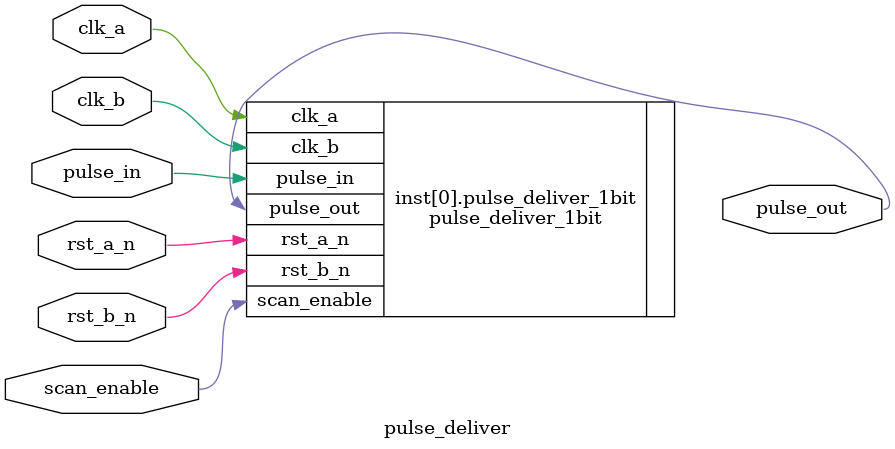
<source format=v>
module pulse_deliver
    (scan_enable,
     clk_a, rst_a_n, pulse_in,
     clk_b, rst_b_n, pulse_out);

    parameter WIDTH = 1;
    parameter TRACK = 9;

    input scan_enable;
    input clk_a, rst_a_n;
    input [WIDTH-1:0] pulse_in;
    input clk_b, rst_b_n;
    output reg [WIDTH-1:0] pulse_out;

    genvar i;
    generate
        for (i = 0; i < WIDTH; i = i + 1) begin:inst
            pulse_deliver_1bit #(.TRACK (TRACK)) pulse_deliver_1bit
            (.scan_enable (scan_enable),
             .clk_a (clk_a), .rst_a_n (rst_a_n), .pulse_in (pulse_in[i]),
             .clk_b (clk_b), .rst_b_n (rst_b_n), .pulse_out (pulse_out[i]));
        end
    endgenerate

endmodule
</source>
